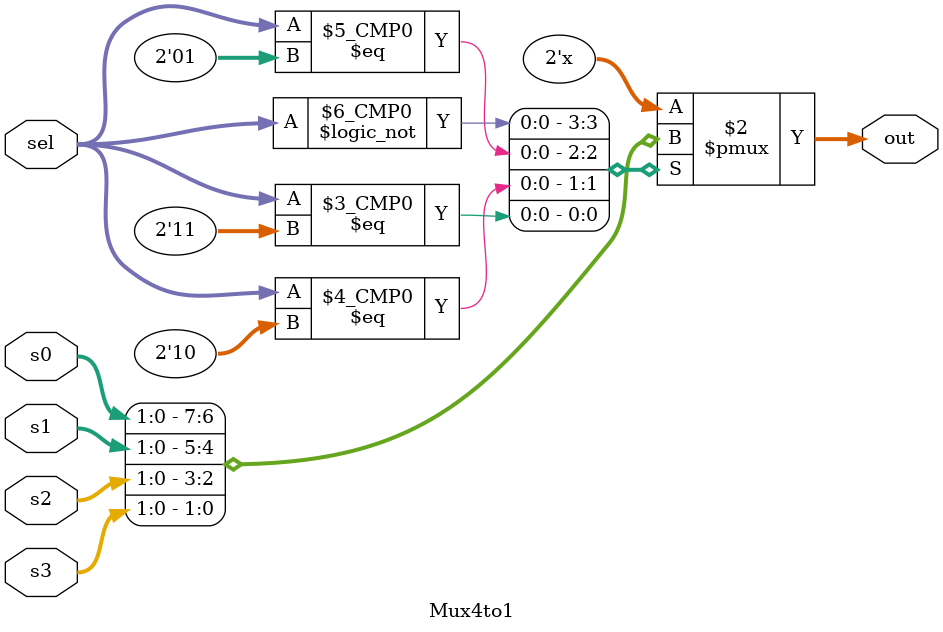
<source format=v>
module Mux4to1 (
    output reg [1:0] out,
    input [1:0] sel,
    input [1:0] s0,
    input [1:0] s1,
    input [1:0] s2,
    input [1:0] s3
);
parameter S0 = 2'b00;
parameter S1 = 2'b01;
parameter S2 = 2'b10;
parameter S3 = 2'b11;

    always @(*) begin
        case(sel)
            S0: begin
                out <= s0;
            end
            S1: begin
                out <= s1;
            end
            S2: begin
                out <= s2;
            end
            S3: begin
                out <= s3;
            end
        endcase
    end
    
endmodule


</source>
